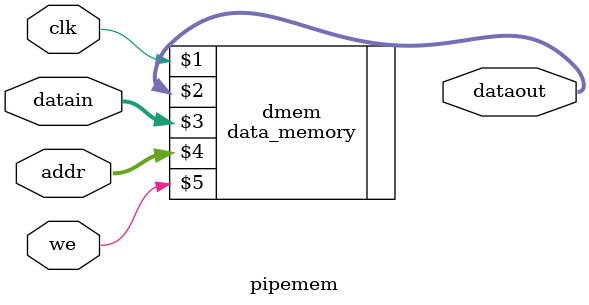
<source format=v>
module pipemem (we,addr,datain,clk,dataout); 
input clk; 
input [31:0] addr; 
input [31:0] datain; 
input we; 
output [31:0] dataout; 
data_memory dmem (clk,dataout,datain,addr,we); 
endmodule
</source>
